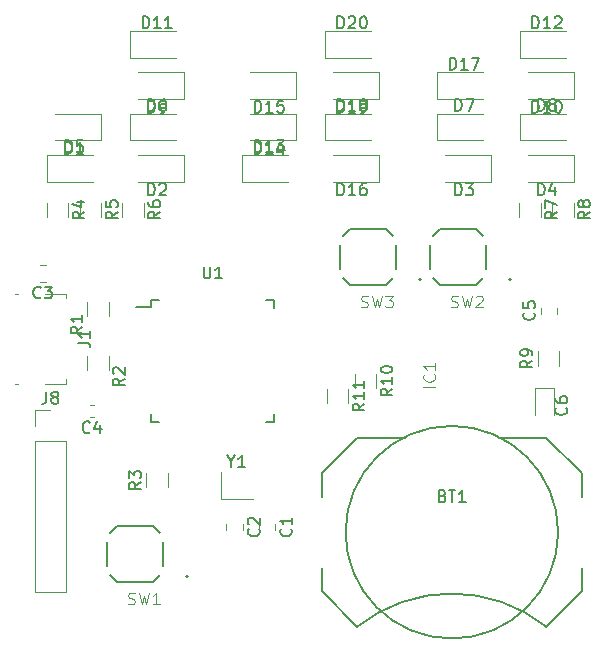
<source format=gbr>
G04 #@! TF.GenerationSoftware,KiCad,Pcbnew,5.1.4+dfsg1-1*
G04 #@! TF.CreationDate,2020-03-29T20:15:13+02:00*
G04 #@! TF.ProjectId,TPSE Glass,54505345-2047-46c6-9173-732e6b696361,rev?*
G04 #@! TF.SameCoordinates,Original*
G04 #@! TF.FileFunction,Legend,Top*
G04 #@! TF.FilePolarity,Positive*
%FSLAX46Y46*%
G04 Gerber Fmt 4.6, Leading zero omitted, Abs format (unit mm)*
G04 Created by KiCad (PCBNEW 5.1.4+dfsg1-1) date 2020-03-29 20:15:13*
%MOMM*%
%LPD*%
G04 APERTURE LIST*
%ADD10C,0.120000*%
%ADD11C,0.150000*%
%ADD12C,0.200000*%
%ADD13C,0.127000*%
%ADD14C,0.015000*%
G04 APERTURE END LIST*
D10*
X44490000Y-26308578D02*
X44490000Y-25791422D01*
X45910000Y-26308578D02*
X45910000Y-25791422D01*
X45585000Y-34887500D02*
X45585000Y-32577500D01*
X45585000Y-32577500D02*
X44015000Y-32577500D01*
X44015000Y-32577500D02*
X44015000Y-34887500D01*
X20615000Y-44088748D02*
X20615000Y-44611252D01*
X22035000Y-44088748D02*
X22035000Y-44611252D01*
X44240000Y-30702064D02*
X44240000Y-29497936D01*
X46060000Y-30702064D02*
X46060000Y-29497936D01*
X11115000Y-41002064D02*
X11115000Y-39797936D01*
X12935000Y-41002064D02*
X12935000Y-39797936D01*
X19310000Y-44088748D02*
X19310000Y-44611252D01*
X17890000Y-44088748D02*
X17890000Y-44611252D01*
D11*
X44975000Y-52800000D02*
G75*
G03X28975000Y-52800000I-8000000J-10000000D01*
G01*
X47975000Y-49800000D02*
X44975000Y-52800000D01*
X25975000Y-49800000D02*
X28975000Y-52800000D01*
X44975000Y-36800000D02*
X47975000Y-39800000D01*
X40975000Y-36800000D02*
X44975000Y-36800000D01*
X28975000Y-36800000D02*
X32975000Y-36800000D01*
X25975000Y-39800000D02*
X28975000Y-36800000D01*
X45975000Y-44800000D02*
G75*
G03X45975000Y-44800000I-9000000J0D01*
G01*
X25975000Y-41800000D02*
X25975000Y-39800000D01*
X47975000Y-41800000D02*
X47975000Y-39800000D01*
X25975000Y-49800000D02*
X25975000Y-47800000D01*
X47975000Y-49800000D02*
X47975000Y-47800000D01*
D10*
X28210000Y-32672936D02*
X28210000Y-33877064D01*
X26390000Y-32672936D02*
X26390000Y-33877064D01*
X28765000Y-31397936D02*
X28765000Y-32602064D01*
X30585000Y-31397936D02*
X30585000Y-32602064D01*
X7285000Y-9365000D02*
X3400000Y-9365000D01*
X7285000Y-11635000D02*
X7285000Y-9365000D01*
X3400000Y-11635000D02*
X7285000Y-11635000D01*
X14285000Y-12865000D02*
X10400000Y-12865000D01*
X14285000Y-15135000D02*
X14285000Y-12865000D01*
X10400000Y-15135000D02*
X14285000Y-15135000D01*
X40285000Y-12865000D02*
X36400000Y-12865000D01*
X40285000Y-15135000D02*
X40285000Y-12865000D01*
X36400000Y-15135000D02*
X40285000Y-15135000D01*
X43400000Y-15135000D02*
X47285000Y-15135000D01*
X47285000Y-15135000D02*
X47285000Y-12865000D01*
X47285000Y-12865000D02*
X43400000Y-12865000D01*
X6600000Y-12865000D02*
X2715000Y-12865000D01*
X2715000Y-12865000D02*
X2715000Y-15135000D01*
X2715000Y-15135000D02*
X6600000Y-15135000D01*
X9715000Y-11635000D02*
X13600000Y-11635000D01*
X9715000Y-9365000D02*
X9715000Y-11635000D01*
X13600000Y-9365000D02*
X9715000Y-9365000D01*
X35715000Y-11635000D02*
X39600000Y-11635000D01*
X35715000Y-9365000D02*
X35715000Y-11635000D01*
X39600000Y-9365000D02*
X35715000Y-9365000D01*
X42715000Y-11635000D02*
X46600000Y-11635000D01*
X42715000Y-9365000D02*
X42715000Y-11635000D01*
X46600000Y-9365000D02*
X42715000Y-9365000D01*
X10400000Y-8135000D02*
X14285000Y-8135000D01*
X14285000Y-8135000D02*
X14285000Y-5865000D01*
X14285000Y-5865000D02*
X10400000Y-5865000D01*
X43400000Y-8135000D02*
X47285000Y-8135000D01*
X47285000Y-8135000D02*
X47285000Y-5865000D01*
X47285000Y-5865000D02*
X43400000Y-5865000D01*
X9715000Y-4635000D02*
X13600000Y-4635000D01*
X9715000Y-2365000D02*
X9715000Y-4635000D01*
X13600000Y-2365000D02*
X9715000Y-2365000D01*
X42715000Y-4635000D02*
X46600000Y-4635000D01*
X42715000Y-2365000D02*
X42715000Y-4635000D01*
X46600000Y-2365000D02*
X42715000Y-2365000D01*
X19215000Y-15135000D02*
X23100000Y-15135000D01*
X19215000Y-12865000D02*
X19215000Y-15135000D01*
X23100000Y-12865000D02*
X19215000Y-12865000D01*
X19900000Y-11635000D02*
X23785000Y-11635000D01*
X23785000Y-11635000D02*
X23785000Y-9365000D01*
X23785000Y-9365000D02*
X19900000Y-9365000D01*
X19900000Y-8135000D02*
X23785000Y-8135000D01*
X23785000Y-8135000D02*
X23785000Y-5865000D01*
X23785000Y-5865000D02*
X19900000Y-5865000D01*
X26900000Y-15135000D02*
X30785000Y-15135000D01*
X30785000Y-15135000D02*
X30785000Y-12865000D01*
X30785000Y-12865000D02*
X26900000Y-12865000D01*
X35715000Y-8135000D02*
X39600000Y-8135000D01*
X35715000Y-5865000D02*
X35715000Y-8135000D01*
X39600000Y-5865000D02*
X35715000Y-5865000D01*
X26215000Y-11635000D02*
X30100000Y-11635000D01*
X26215000Y-9365000D02*
X26215000Y-11635000D01*
X30100000Y-9365000D02*
X26215000Y-9365000D01*
X26900000Y-8135000D02*
X30785000Y-8135000D01*
X30785000Y-8135000D02*
X30785000Y-5865000D01*
X30785000Y-5865000D02*
X26900000Y-5865000D01*
X26215000Y-4635000D02*
X30100000Y-4635000D01*
X26215000Y-2365000D02*
X26215000Y-4635000D01*
X30100000Y-2365000D02*
X26215000Y-2365000D01*
X2690000Y-16897936D02*
X2690000Y-18102064D01*
X4510000Y-16897936D02*
X4510000Y-18102064D01*
X5490000Y-16897936D02*
X5490000Y-18102064D01*
X7310000Y-16897936D02*
X7310000Y-18102064D01*
X9090000Y-16897936D02*
X9090000Y-18102064D01*
X10910000Y-16897936D02*
X10910000Y-18102064D01*
X44510000Y-16897936D02*
X44510000Y-18102064D01*
X42690000Y-16897936D02*
X42690000Y-18102064D01*
X45490000Y-16897936D02*
X45490000Y-18102064D01*
X47310000Y-16897936D02*
X47310000Y-18102064D01*
X2596078Y-23610000D02*
X2078922Y-23610000D01*
X2596078Y-22190000D02*
X2078922Y-22190000D01*
X4310000Y-32250000D02*
X4310000Y-31870000D01*
X260000Y-32250000D02*
X0Y-32250000D01*
X4310000Y-32250000D02*
X2540000Y-32250000D01*
X4310000Y-24630000D02*
X4310000Y-25010000D01*
X2540000Y-24630000D02*
X4310000Y-24630000D01*
X0Y-24630000D02*
X260000Y-24630000D01*
X7910000Y-25297936D02*
X7910000Y-26502064D01*
X6090000Y-25297936D02*
X6090000Y-26502064D01*
X6090000Y-29897936D02*
X6090000Y-31102064D01*
X7910000Y-29897936D02*
X7910000Y-31102064D01*
D11*
X11537000Y-25141000D02*
X11537000Y-25716000D01*
X21887000Y-25141000D02*
X21887000Y-25816000D01*
X21887000Y-35491000D02*
X21887000Y-34816000D01*
X11537000Y-35491000D02*
X11537000Y-34816000D01*
X11537000Y-25141000D02*
X12212000Y-25141000D01*
X11537000Y-35491000D02*
X12212000Y-35491000D01*
X21887000Y-35491000D02*
X21212000Y-35491000D01*
X21887000Y-25141000D02*
X21212000Y-25141000D01*
X11537000Y-25716000D02*
X10262000Y-25716000D01*
D10*
X17400000Y-39675000D02*
X17400000Y-41975000D01*
X17400000Y-41975000D02*
X20100000Y-41975000D01*
X6662267Y-35054000D02*
X6319733Y-35054000D01*
X6662267Y-34034000D02*
X6319733Y-34034000D01*
X1645000Y-49830000D02*
X4305000Y-49830000D01*
X1645000Y-37070000D02*
X1645000Y-49830000D01*
X4305000Y-37070000D02*
X4305000Y-49830000D01*
X1645000Y-37070000D02*
X4305000Y-37070000D01*
X1645000Y-35800000D02*
X1645000Y-34470000D01*
X1645000Y-34470000D02*
X2975000Y-34470000D01*
D12*
X42000000Y-23400000D02*
G75*
G03X42000000Y-23400000I-100000J0D01*
G01*
D13*
X35100000Y-22500000D02*
X35100000Y-20500000D01*
X39900000Y-22500000D02*
X39900000Y-20500000D01*
X36000000Y-19100000D02*
X35400000Y-19700000D01*
X39000000Y-19100000D02*
X36000000Y-19100000D01*
X39600000Y-19700000D02*
X39000000Y-19100000D01*
X36000000Y-23900000D02*
X35400000Y-23300000D01*
X39000000Y-23900000D02*
X39600000Y-23300000D01*
X36000000Y-23900000D02*
X39000000Y-23900000D01*
X28375000Y-23900000D02*
X31375000Y-23900000D01*
X31375000Y-23900000D02*
X31975000Y-23300000D01*
X28375000Y-23900000D02*
X27775000Y-23300000D01*
X31975000Y-19700000D02*
X31375000Y-19100000D01*
X31375000Y-19100000D02*
X28375000Y-19100000D01*
X28375000Y-19100000D02*
X27775000Y-19700000D01*
X32275000Y-22500000D02*
X32275000Y-20500000D01*
X27475000Y-22500000D02*
X27475000Y-20500000D01*
D12*
X34375000Y-23400000D02*
G75*
G03X34375000Y-23400000I-100000J0D01*
G01*
D13*
X8650000Y-49050000D02*
X11650000Y-49050000D01*
X11650000Y-49050000D02*
X12250000Y-48450000D01*
X8650000Y-49050000D02*
X8050000Y-48450000D01*
X12250000Y-44850000D02*
X11650000Y-44250000D01*
X11650000Y-44250000D02*
X8650000Y-44250000D01*
X8650000Y-44250000D02*
X8050000Y-44850000D01*
X12550000Y-47650000D02*
X12550000Y-45650000D01*
X7750000Y-47650000D02*
X7750000Y-45650000D01*
D12*
X14650000Y-48550000D02*
G75*
G03X14650000Y-48550000I-100000J0D01*
G01*
D11*
X43907142Y-26216666D02*
X43954761Y-26264285D01*
X44002380Y-26407142D01*
X44002380Y-26502380D01*
X43954761Y-26645238D01*
X43859523Y-26740476D01*
X43764285Y-26788095D01*
X43573809Y-26835714D01*
X43430952Y-26835714D01*
X43240476Y-26788095D01*
X43145238Y-26740476D01*
X43050000Y-26645238D01*
X43002380Y-26502380D01*
X43002380Y-26407142D01*
X43050000Y-26264285D01*
X43097619Y-26216666D01*
X43002380Y-25311904D02*
X43002380Y-25788095D01*
X43478571Y-25835714D01*
X43430952Y-25788095D01*
X43383333Y-25692857D01*
X43383333Y-25454761D01*
X43430952Y-25359523D01*
X43478571Y-25311904D01*
X43573809Y-25264285D01*
X43811904Y-25264285D01*
X43907142Y-25311904D01*
X43954761Y-25359523D01*
X44002380Y-25454761D01*
X44002380Y-25692857D01*
X43954761Y-25788095D01*
X43907142Y-25835714D01*
X46637142Y-34254166D02*
X46684761Y-34301785D01*
X46732380Y-34444642D01*
X46732380Y-34539880D01*
X46684761Y-34682738D01*
X46589523Y-34777976D01*
X46494285Y-34825595D01*
X46303809Y-34873214D01*
X46160952Y-34873214D01*
X45970476Y-34825595D01*
X45875238Y-34777976D01*
X45780000Y-34682738D01*
X45732380Y-34539880D01*
X45732380Y-34444642D01*
X45780000Y-34301785D01*
X45827619Y-34254166D01*
X45732380Y-33397023D02*
X45732380Y-33587500D01*
X45780000Y-33682738D01*
X45827619Y-33730357D01*
X45970476Y-33825595D01*
X46160952Y-33873214D01*
X46541904Y-33873214D01*
X46637142Y-33825595D01*
X46684761Y-33777976D01*
X46732380Y-33682738D01*
X46732380Y-33492261D01*
X46684761Y-33397023D01*
X46637142Y-33349404D01*
X46541904Y-33301785D01*
X46303809Y-33301785D01*
X46208571Y-33349404D01*
X46160952Y-33397023D01*
X46113333Y-33492261D01*
X46113333Y-33682738D01*
X46160952Y-33777976D01*
X46208571Y-33825595D01*
X46303809Y-33873214D01*
X23332142Y-44516666D02*
X23379761Y-44564285D01*
X23427380Y-44707142D01*
X23427380Y-44802380D01*
X23379761Y-44945238D01*
X23284523Y-45040476D01*
X23189285Y-45088095D01*
X22998809Y-45135714D01*
X22855952Y-45135714D01*
X22665476Y-45088095D01*
X22570238Y-45040476D01*
X22475000Y-44945238D01*
X22427380Y-44802380D01*
X22427380Y-44707142D01*
X22475000Y-44564285D01*
X22522619Y-44516666D01*
X23427380Y-43564285D02*
X23427380Y-44135714D01*
X23427380Y-43850000D02*
X22427380Y-43850000D01*
X22570238Y-43945238D01*
X22665476Y-44040476D01*
X22713095Y-44135714D01*
X43782380Y-30266666D02*
X43306190Y-30600000D01*
X43782380Y-30838095D02*
X42782380Y-30838095D01*
X42782380Y-30457142D01*
X42830000Y-30361904D01*
X42877619Y-30314285D01*
X42972857Y-30266666D01*
X43115714Y-30266666D01*
X43210952Y-30314285D01*
X43258571Y-30361904D01*
X43306190Y-30457142D01*
X43306190Y-30838095D01*
X43782380Y-29790476D02*
X43782380Y-29600000D01*
X43734761Y-29504761D01*
X43687142Y-29457142D01*
X43544285Y-29361904D01*
X43353809Y-29314285D01*
X42972857Y-29314285D01*
X42877619Y-29361904D01*
X42830000Y-29409523D01*
X42782380Y-29504761D01*
X42782380Y-29695238D01*
X42830000Y-29790476D01*
X42877619Y-29838095D01*
X42972857Y-29885714D01*
X43210952Y-29885714D01*
X43306190Y-29838095D01*
X43353809Y-29790476D01*
X43401428Y-29695238D01*
X43401428Y-29504761D01*
X43353809Y-29409523D01*
X43306190Y-29361904D01*
X43210952Y-29314285D01*
X10657380Y-40566666D02*
X10181190Y-40900000D01*
X10657380Y-41138095D02*
X9657380Y-41138095D01*
X9657380Y-40757142D01*
X9705000Y-40661904D01*
X9752619Y-40614285D01*
X9847857Y-40566666D01*
X9990714Y-40566666D01*
X10085952Y-40614285D01*
X10133571Y-40661904D01*
X10181190Y-40757142D01*
X10181190Y-41138095D01*
X9657380Y-40233333D02*
X9657380Y-39614285D01*
X10038333Y-39947619D01*
X10038333Y-39804761D01*
X10085952Y-39709523D01*
X10133571Y-39661904D01*
X10228809Y-39614285D01*
X10466904Y-39614285D01*
X10562142Y-39661904D01*
X10609761Y-39709523D01*
X10657380Y-39804761D01*
X10657380Y-40090476D01*
X10609761Y-40185714D01*
X10562142Y-40233333D01*
X20607142Y-44516666D02*
X20654761Y-44564285D01*
X20702380Y-44707142D01*
X20702380Y-44802380D01*
X20654761Y-44945238D01*
X20559523Y-45040476D01*
X20464285Y-45088095D01*
X20273809Y-45135714D01*
X20130952Y-45135714D01*
X19940476Y-45088095D01*
X19845238Y-45040476D01*
X19750000Y-44945238D01*
X19702380Y-44802380D01*
X19702380Y-44707142D01*
X19750000Y-44564285D01*
X19797619Y-44516666D01*
X19797619Y-44135714D02*
X19750000Y-44088095D01*
X19702380Y-43992857D01*
X19702380Y-43754761D01*
X19750000Y-43659523D01*
X19797619Y-43611904D01*
X19892857Y-43564285D01*
X19988095Y-43564285D01*
X20130952Y-43611904D01*
X20702380Y-44183333D01*
X20702380Y-43564285D01*
X36189285Y-41728571D02*
X36332142Y-41776190D01*
X36379761Y-41823809D01*
X36427380Y-41919047D01*
X36427380Y-42061904D01*
X36379761Y-42157142D01*
X36332142Y-42204761D01*
X36236904Y-42252380D01*
X35855952Y-42252380D01*
X35855952Y-41252380D01*
X36189285Y-41252380D01*
X36284523Y-41300000D01*
X36332142Y-41347619D01*
X36379761Y-41442857D01*
X36379761Y-41538095D01*
X36332142Y-41633333D01*
X36284523Y-41680952D01*
X36189285Y-41728571D01*
X35855952Y-41728571D01*
X36713095Y-41252380D02*
X37284523Y-41252380D01*
X36998809Y-42252380D02*
X36998809Y-41252380D01*
X38141666Y-42252380D02*
X37570238Y-42252380D01*
X37855952Y-42252380D02*
X37855952Y-41252380D01*
X37760714Y-41395238D01*
X37665476Y-41490476D01*
X37570238Y-41538095D01*
D14*
X35572380Y-32471190D02*
X34572380Y-32471190D01*
X35477142Y-31423571D02*
X35524761Y-31471190D01*
X35572380Y-31614047D01*
X35572380Y-31709285D01*
X35524761Y-31852142D01*
X35429523Y-31947380D01*
X35334285Y-31995000D01*
X35143809Y-32042619D01*
X35000952Y-32042619D01*
X34810476Y-31995000D01*
X34715238Y-31947380D01*
X34620000Y-31852142D01*
X34572380Y-31709285D01*
X34572380Y-31614047D01*
X34620000Y-31471190D01*
X34667619Y-31423571D01*
X35572380Y-30471190D02*
X35572380Y-31042619D01*
X35572380Y-30756904D02*
X34572380Y-30756904D01*
X34715238Y-30852142D01*
X34810476Y-30947380D01*
X34858095Y-31042619D01*
D11*
X29572380Y-33917857D02*
X29096190Y-34251190D01*
X29572380Y-34489285D02*
X28572380Y-34489285D01*
X28572380Y-34108333D01*
X28620000Y-34013095D01*
X28667619Y-33965476D01*
X28762857Y-33917857D01*
X28905714Y-33917857D01*
X29000952Y-33965476D01*
X29048571Y-34013095D01*
X29096190Y-34108333D01*
X29096190Y-34489285D01*
X29572380Y-32965476D02*
X29572380Y-33536904D01*
X29572380Y-33251190D02*
X28572380Y-33251190D01*
X28715238Y-33346428D01*
X28810476Y-33441666D01*
X28858095Y-33536904D01*
X29572380Y-32013095D02*
X29572380Y-32584523D01*
X29572380Y-32298809D02*
X28572380Y-32298809D01*
X28715238Y-32394047D01*
X28810476Y-32489285D01*
X28858095Y-32584523D01*
X31947380Y-32642857D02*
X31471190Y-32976190D01*
X31947380Y-33214285D02*
X30947380Y-33214285D01*
X30947380Y-32833333D01*
X30995000Y-32738095D01*
X31042619Y-32690476D01*
X31137857Y-32642857D01*
X31280714Y-32642857D01*
X31375952Y-32690476D01*
X31423571Y-32738095D01*
X31471190Y-32833333D01*
X31471190Y-33214285D01*
X31947380Y-31690476D02*
X31947380Y-32261904D01*
X31947380Y-31976190D02*
X30947380Y-31976190D01*
X31090238Y-32071428D01*
X31185476Y-32166666D01*
X31233095Y-32261904D01*
X30947380Y-31071428D02*
X30947380Y-30976190D01*
X30995000Y-30880952D01*
X31042619Y-30833333D01*
X31137857Y-30785714D01*
X31328333Y-30738095D01*
X31566428Y-30738095D01*
X31756904Y-30785714D01*
X31852142Y-30833333D01*
X31899761Y-30880952D01*
X31947380Y-30976190D01*
X31947380Y-31071428D01*
X31899761Y-31166666D01*
X31852142Y-31214285D01*
X31756904Y-31261904D01*
X31566428Y-31309523D01*
X31328333Y-31309523D01*
X31137857Y-31261904D01*
X31042619Y-31214285D01*
X30995000Y-31166666D01*
X30947380Y-31071428D01*
X4261904Y-12772380D02*
X4261904Y-11772380D01*
X4500000Y-11772380D01*
X4642857Y-11820000D01*
X4738095Y-11915238D01*
X4785714Y-12010476D01*
X4833333Y-12200952D01*
X4833333Y-12343809D01*
X4785714Y-12534285D01*
X4738095Y-12629523D01*
X4642857Y-12724761D01*
X4500000Y-12772380D01*
X4261904Y-12772380D01*
X5785714Y-12772380D02*
X5214285Y-12772380D01*
X5500000Y-12772380D02*
X5500000Y-11772380D01*
X5404761Y-11915238D01*
X5309523Y-12010476D01*
X5214285Y-12058095D01*
X11261904Y-16272380D02*
X11261904Y-15272380D01*
X11500000Y-15272380D01*
X11642857Y-15320000D01*
X11738095Y-15415238D01*
X11785714Y-15510476D01*
X11833333Y-15700952D01*
X11833333Y-15843809D01*
X11785714Y-16034285D01*
X11738095Y-16129523D01*
X11642857Y-16224761D01*
X11500000Y-16272380D01*
X11261904Y-16272380D01*
X12214285Y-15367619D02*
X12261904Y-15320000D01*
X12357142Y-15272380D01*
X12595238Y-15272380D01*
X12690476Y-15320000D01*
X12738095Y-15367619D01*
X12785714Y-15462857D01*
X12785714Y-15558095D01*
X12738095Y-15700952D01*
X12166666Y-16272380D01*
X12785714Y-16272380D01*
X37261904Y-16272380D02*
X37261904Y-15272380D01*
X37500000Y-15272380D01*
X37642857Y-15320000D01*
X37738095Y-15415238D01*
X37785714Y-15510476D01*
X37833333Y-15700952D01*
X37833333Y-15843809D01*
X37785714Y-16034285D01*
X37738095Y-16129523D01*
X37642857Y-16224761D01*
X37500000Y-16272380D01*
X37261904Y-16272380D01*
X38166666Y-15272380D02*
X38785714Y-15272380D01*
X38452380Y-15653333D01*
X38595238Y-15653333D01*
X38690476Y-15700952D01*
X38738095Y-15748571D01*
X38785714Y-15843809D01*
X38785714Y-16081904D01*
X38738095Y-16177142D01*
X38690476Y-16224761D01*
X38595238Y-16272380D01*
X38309523Y-16272380D01*
X38214285Y-16224761D01*
X38166666Y-16177142D01*
X44261904Y-16272380D02*
X44261904Y-15272380D01*
X44500000Y-15272380D01*
X44642857Y-15320000D01*
X44738095Y-15415238D01*
X44785714Y-15510476D01*
X44833333Y-15700952D01*
X44833333Y-15843809D01*
X44785714Y-16034285D01*
X44738095Y-16129523D01*
X44642857Y-16224761D01*
X44500000Y-16272380D01*
X44261904Y-16272380D01*
X45690476Y-15605714D02*
X45690476Y-16272380D01*
X45452380Y-15224761D02*
X45214285Y-15939047D01*
X45833333Y-15939047D01*
X4261904Y-12632380D02*
X4261904Y-11632380D01*
X4500000Y-11632380D01*
X4642857Y-11680000D01*
X4738095Y-11775238D01*
X4785714Y-11870476D01*
X4833333Y-12060952D01*
X4833333Y-12203809D01*
X4785714Y-12394285D01*
X4738095Y-12489523D01*
X4642857Y-12584761D01*
X4500000Y-12632380D01*
X4261904Y-12632380D01*
X5738095Y-11632380D02*
X5261904Y-11632380D01*
X5214285Y-12108571D01*
X5261904Y-12060952D01*
X5357142Y-12013333D01*
X5595238Y-12013333D01*
X5690476Y-12060952D01*
X5738095Y-12108571D01*
X5785714Y-12203809D01*
X5785714Y-12441904D01*
X5738095Y-12537142D01*
X5690476Y-12584761D01*
X5595238Y-12632380D01*
X5357142Y-12632380D01*
X5261904Y-12584761D01*
X5214285Y-12537142D01*
X11261904Y-9132380D02*
X11261904Y-8132380D01*
X11500000Y-8132380D01*
X11642857Y-8180000D01*
X11738095Y-8275238D01*
X11785714Y-8370476D01*
X11833333Y-8560952D01*
X11833333Y-8703809D01*
X11785714Y-8894285D01*
X11738095Y-8989523D01*
X11642857Y-9084761D01*
X11500000Y-9132380D01*
X11261904Y-9132380D01*
X12690476Y-8132380D02*
X12500000Y-8132380D01*
X12404761Y-8180000D01*
X12357142Y-8227619D01*
X12261904Y-8370476D01*
X12214285Y-8560952D01*
X12214285Y-8941904D01*
X12261904Y-9037142D01*
X12309523Y-9084761D01*
X12404761Y-9132380D01*
X12595238Y-9132380D01*
X12690476Y-9084761D01*
X12738095Y-9037142D01*
X12785714Y-8941904D01*
X12785714Y-8703809D01*
X12738095Y-8608571D01*
X12690476Y-8560952D01*
X12595238Y-8513333D01*
X12404761Y-8513333D01*
X12309523Y-8560952D01*
X12261904Y-8608571D01*
X12214285Y-8703809D01*
X37261904Y-9132380D02*
X37261904Y-8132380D01*
X37500000Y-8132380D01*
X37642857Y-8180000D01*
X37738095Y-8275238D01*
X37785714Y-8370476D01*
X37833333Y-8560952D01*
X37833333Y-8703809D01*
X37785714Y-8894285D01*
X37738095Y-8989523D01*
X37642857Y-9084761D01*
X37500000Y-9132380D01*
X37261904Y-9132380D01*
X38166666Y-8132380D02*
X38833333Y-8132380D01*
X38404761Y-9132380D01*
X44261904Y-9132380D02*
X44261904Y-8132380D01*
X44500000Y-8132380D01*
X44642857Y-8180000D01*
X44738095Y-8275238D01*
X44785714Y-8370476D01*
X44833333Y-8560952D01*
X44833333Y-8703809D01*
X44785714Y-8894285D01*
X44738095Y-8989523D01*
X44642857Y-9084761D01*
X44500000Y-9132380D01*
X44261904Y-9132380D01*
X45404761Y-8560952D02*
X45309523Y-8513333D01*
X45261904Y-8465714D01*
X45214285Y-8370476D01*
X45214285Y-8322857D01*
X45261904Y-8227619D01*
X45309523Y-8180000D01*
X45404761Y-8132380D01*
X45595238Y-8132380D01*
X45690476Y-8180000D01*
X45738095Y-8227619D01*
X45785714Y-8322857D01*
X45785714Y-8370476D01*
X45738095Y-8465714D01*
X45690476Y-8513333D01*
X45595238Y-8560952D01*
X45404761Y-8560952D01*
X45309523Y-8608571D01*
X45261904Y-8656190D01*
X45214285Y-8751428D01*
X45214285Y-8941904D01*
X45261904Y-9037142D01*
X45309523Y-9084761D01*
X45404761Y-9132380D01*
X45595238Y-9132380D01*
X45690476Y-9084761D01*
X45738095Y-9037142D01*
X45785714Y-8941904D01*
X45785714Y-8751428D01*
X45738095Y-8656190D01*
X45690476Y-8608571D01*
X45595238Y-8560952D01*
X11261904Y-9272380D02*
X11261904Y-8272380D01*
X11500000Y-8272380D01*
X11642857Y-8320000D01*
X11738095Y-8415238D01*
X11785714Y-8510476D01*
X11833333Y-8700952D01*
X11833333Y-8843809D01*
X11785714Y-9034285D01*
X11738095Y-9129523D01*
X11642857Y-9224761D01*
X11500000Y-9272380D01*
X11261904Y-9272380D01*
X12309523Y-9272380D02*
X12500000Y-9272380D01*
X12595238Y-9224761D01*
X12642857Y-9177142D01*
X12738095Y-9034285D01*
X12785714Y-8843809D01*
X12785714Y-8462857D01*
X12738095Y-8367619D01*
X12690476Y-8320000D01*
X12595238Y-8272380D01*
X12404761Y-8272380D01*
X12309523Y-8320000D01*
X12261904Y-8367619D01*
X12214285Y-8462857D01*
X12214285Y-8700952D01*
X12261904Y-8796190D01*
X12309523Y-8843809D01*
X12404761Y-8891428D01*
X12595238Y-8891428D01*
X12690476Y-8843809D01*
X12738095Y-8796190D01*
X12785714Y-8700952D01*
X43785714Y-9272380D02*
X43785714Y-8272380D01*
X44023809Y-8272380D01*
X44166666Y-8320000D01*
X44261904Y-8415238D01*
X44309523Y-8510476D01*
X44357142Y-8700952D01*
X44357142Y-8843809D01*
X44309523Y-9034285D01*
X44261904Y-9129523D01*
X44166666Y-9224761D01*
X44023809Y-9272380D01*
X43785714Y-9272380D01*
X45309523Y-9272380D02*
X44738095Y-9272380D01*
X45023809Y-9272380D02*
X45023809Y-8272380D01*
X44928571Y-8415238D01*
X44833333Y-8510476D01*
X44738095Y-8558095D01*
X45928571Y-8272380D02*
X46023809Y-8272380D01*
X46119047Y-8320000D01*
X46166666Y-8367619D01*
X46214285Y-8462857D01*
X46261904Y-8653333D01*
X46261904Y-8891428D01*
X46214285Y-9081904D01*
X46166666Y-9177142D01*
X46119047Y-9224761D01*
X46023809Y-9272380D01*
X45928571Y-9272380D01*
X45833333Y-9224761D01*
X45785714Y-9177142D01*
X45738095Y-9081904D01*
X45690476Y-8891428D01*
X45690476Y-8653333D01*
X45738095Y-8462857D01*
X45785714Y-8367619D01*
X45833333Y-8320000D01*
X45928571Y-8272380D01*
X10785714Y-2132380D02*
X10785714Y-1132380D01*
X11023809Y-1132380D01*
X11166666Y-1180000D01*
X11261904Y-1275238D01*
X11309523Y-1370476D01*
X11357142Y-1560952D01*
X11357142Y-1703809D01*
X11309523Y-1894285D01*
X11261904Y-1989523D01*
X11166666Y-2084761D01*
X11023809Y-2132380D01*
X10785714Y-2132380D01*
X12309523Y-2132380D02*
X11738095Y-2132380D01*
X12023809Y-2132380D02*
X12023809Y-1132380D01*
X11928571Y-1275238D01*
X11833333Y-1370476D01*
X11738095Y-1418095D01*
X13261904Y-2132380D02*
X12690476Y-2132380D01*
X12976190Y-2132380D02*
X12976190Y-1132380D01*
X12880952Y-1275238D01*
X12785714Y-1370476D01*
X12690476Y-1418095D01*
X43785714Y-2132380D02*
X43785714Y-1132380D01*
X44023809Y-1132380D01*
X44166666Y-1180000D01*
X44261904Y-1275238D01*
X44309523Y-1370476D01*
X44357142Y-1560952D01*
X44357142Y-1703809D01*
X44309523Y-1894285D01*
X44261904Y-1989523D01*
X44166666Y-2084761D01*
X44023809Y-2132380D01*
X43785714Y-2132380D01*
X45309523Y-2132380D02*
X44738095Y-2132380D01*
X45023809Y-2132380D02*
X45023809Y-1132380D01*
X44928571Y-1275238D01*
X44833333Y-1370476D01*
X44738095Y-1418095D01*
X45690476Y-1227619D02*
X45738095Y-1180000D01*
X45833333Y-1132380D01*
X46071428Y-1132380D01*
X46166666Y-1180000D01*
X46214285Y-1227619D01*
X46261904Y-1322857D01*
X46261904Y-1418095D01*
X46214285Y-1560952D01*
X45642857Y-2132380D01*
X46261904Y-2132380D01*
X20285714Y-12632380D02*
X20285714Y-11632380D01*
X20523809Y-11632380D01*
X20666666Y-11680000D01*
X20761904Y-11775238D01*
X20809523Y-11870476D01*
X20857142Y-12060952D01*
X20857142Y-12203809D01*
X20809523Y-12394285D01*
X20761904Y-12489523D01*
X20666666Y-12584761D01*
X20523809Y-12632380D01*
X20285714Y-12632380D01*
X21809523Y-12632380D02*
X21238095Y-12632380D01*
X21523809Y-12632380D02*
X21523809Y-11632380D01*
X21428571Y-11775238D01*
X21333333Y-11870476D01*
X21238095Y-11918095D01*
X22142857Y-11632380D02*
X22761904Y-11632380D01*
X22428571Y-12013333D01*
X22571428Y-12013333D01*
X22666666Y-12060952D01*
X22714285Y-12108571D01*
X22761904Y-12203809D01*
X22761904Y-12441904D01*
X22714285Y-12537142D01*
X22666666Y-12584761D01*
X22571428Y-12632380D01*
X22285714Y-12632380D01*
X22190476Y-12584761D01*
X22142857Y-12537142D01*
X20285714Y-12772380D02*
X20285714Y-11772380D01*
X20523809Y-11772380D01*
X20666666Y-11820000D01*
X20761904Y-11915238D01*
X20809523Y-12010476D01*
X20857142Y-12200952D01*
X20857142Y-12343809D01*
X20809523Y-12534285D01*
X20761904Y-12629523D01*
X20666666Y-12724761D01*
X20523809Y-12772380D01*
X20285714Y-12772380D01*
X21809523Y-12772380D02*
X21238095Y-12772380D01*
X21523809Y-12772380D02*
X21523809Y-11772380D01*
X21428571Y-11915238D01*
X21333333Y-12010476D01*
X21238095Y-12058095D01*
X22666666Y-12105714D02*
X22666666Y-12772380D01*
X22428571Y-11724761D02*
X22190476Y-12439047D01*
X22809523Y-12439047D01*
X20285714Y-9272380D02*
X20285714Y-8272380D01*
X20523809Y-8272380D01*
X20666666Y-8320000D01*
X20761904Y-8415238D01*
X20809523Y-8510476D01*
X20857142Y-8700952D01*
X20857142Y-8843809D01*
X20809523Y-9034285D01*
X20761904Y-9129523D01*
X20666666Y-9224761D01*
X20523809Y-9272380D01*
X20285714Y-9272380D01*
X21809523Y-9272380D02*
X21238095Y-9272380D01*
X21523809Y-9272380D02*
X21523809Y-8272380D01*
X21428571Y-8415238D01*
X21333333Y-8510476D01*
X21238095Y-8558095D01*
X22714285Y-8272380D02*
X22238095Y-8272380D01*
X22190476Y-8748571D01*
X22238095Y-8700952D01*
X22333333Y-8653333D01*
X22571428Y-8653333D01*
X22666666Y-8700952D01*
X22714285Y-8748571D01*
X22761904Y-8843809D01*
X22761904Y-9081904D01*
X22714285Y-9177142D01*
X22666666Y-9224761D01*
X22571428Y-9272380D01*
X22333333Y-9272380D01*
X22238095Y-9224761D01*
X22190476Y-9177142D01*
X27285714Y-16272380D02*
X27285714Y-15272380D01*
X27523809Y-15272380D01*
X27666666Y-15320000D01*
X27761904Y-15415238D01*
X27809523Y-15510476D01*
X27857142Y-15700952D01*
X27857142Y-15843809D01*
X27809523Y-16034285D01*
X27761904Y-16129523D01*
X27666666Y-16224761D01*
X27523809Y-16272380D01*
X27285714Y-16272380D01*
X28809523Y-16272380D02*
X28238095Y-16272380D01*
X28523809Y-16272380D02*
X28523809Y-15272380D01*
X28428571Y-15415238D01*
X28333333Y-15510476D01*
X28238095Y-15558095D01*
X29666666Y-15272380D02*
X29476190Y-15272380D01*
X29380952Y-15320000D01*
X29333333Y-15367619D01*
X29238095Y-15510476D01*
X29190476Y-15700952D01*
X29190476Y-16081904D01*
X29238095Y-16177142D01*
X29285714Y-16224761D01*
X29380952Y-16272380D01*
X29571428Y-16272380D01*
X29666666Y-16224761D01*
X29714285Y-16177142D01*
X29761904Y-16081904D01*
X29761904Y-15843809D01*
X29714285Y-15748571D01*
X29666666Y-15700952D01*
X29571428Y-15653333D01*
X29380952Y-15653333D01*
X29285714Y-15700952D01*
X29238095Y-15748571D01*
X29190476Y-15843809D01*
X36785714Y-5632380D02*
X36785714Y-4632380D01*
X37023809Y-4632380D01*
X37166666Y-4680000D01*
X37261904Y-4775238D01*
X37309523Y-4870476D01*
X37357142Y-5060952D01*
X37357142Y-5203809D01*
X37309523Y-5394285D01*
X37261904Y-5489523D01*
X37166666Y-5584761D01*
X37023809Y-5632380D01*
X36785714Y-5632380D01*
X38309523Y-5632380D02*
X37738095Y-5632380D01*
X38023809Y-5632380D02*
X38023809Y-4632380D01*
X37928571Y-4775238D01*
X37833333Y-4870476D01*
X37738095Y-4918095D01*
X38642857Y-4632380D02*
X39309523Y-4632380D01*
X38880952Y-5632380D01*
X27285714Y-9132380D02*
X27285714Y-8132380D01*
X27523809Y-8132380D01*
X27666666Y-8180000D01*
X27761904Y-8275238D01*
X27809523Y-8370476D01*
X27857142Y-8560952D01*
X27857142Y-8703809D01*
X27809523Y-8894285D01*
X27761904Y-8989523D01*
X27666666Y-9084761D01*
X27523809Y-9132380D01*
X27285714Y-9132380D01*
X28809523Y-9132380D02*
X28238095Y-9132380D01*
X28523809Y-9132380D02*
X28523809Y-8132380D01*
X28428571Y-8275238D01*
X28333333Y-8370476D01*
X28238095Y-8418095D01*
X29380952Y-8560952D02*
X29285714Y-8513333D01*
X29238095Y-8465714D01*
X29190476Y-8370476D01*
X29190476Y-8322857D01*
X29238095Y-8227619D01*
X29285714Y-8180000D01*
X29380952Y-8132380D01*
X29571428Y-8132380D01*
X29666666Y-8180000D01*
X29714285Y-8227619D01*
X29761904Y-8322857D01*
X29761904Y-8370476D01*
X29714285Y-8465714D01*
X29666666Y-8513333D01*
X29571428Y-8560952D01*
X29380952Y-8560952D01*
X29285714Y-8608571D01*
X29238095Y-8656190D01*
X29190476Y-8751428D01*
X29190476Y-8941904D01*
X29238095Y-9037142D01*
X29285714Y-9084761D01*
X29380952Y-9132380D01*
X29571428Y-9132380D01*
X29666666Y-9084761D01*
X29714285Y-9037142D01*
X29761904Y-8941904D01*
X29761904Y-8751428D01*
X29714285Y-8656190D01*
X29666666Y-8608571D01*
X29571428Y-8560952D01*
X27285714Y-9272380D02*
X27285714Y-8272380D01*
X27523809Y-8272380D01*
X27666666Y-8320000D01*
X27761904Y-8415238D01*
X27809523Y-8510476D01*
X27857142Y-8700952D01*
X27857142Y-8843809D01*
X27809523Y-9034285D01*
X27761904Y-9129523D01*
X27666666Y-9224761D01*
X27523809Y-9272380D01*
X27285714Y-9272380D01*
X28809523Y-9272380D02*
X28238095Y-9272380D01*
X28523809Y-9272380D02*
X28523809Y-8272380D01*
X28428571Y-8415238D01*
X28333333Y-8510476D01*
X28238095Y-8558095D01*
X29285714Y-9272380D02*
X29476190Y-9272380D01*
X29571428Y-9224761D01*
X29619047Y-9177142D01*
X29714285Y-9034285D01*
X29761904Y-8843809D01*
X29761904Y-8462857D01*
X29714285Y-8367619D01*
X29666666Y-8320000D01*
X29571428Y-8272380D01*
X29380952Y-8272380D01*
X29285714Y-8320000D01*
X29238095Y-8367619D01*
X29190476Y-8462857D01*
X29190476Y-8700952D01*
X29238095Y-8796190D01*
X29285714Y-8843809D01*
X29380952Y-8891428D01*
X29571428Y-8891428D01*
X29666666Y-8843809D01*
X29714285Y-8796190D01*
X29761904Y-8700952D01*
X27285714Y-2132380D02*
X27285714Y-1132380D01*
X27523809Y-1132380D01*
X27666666Y-1180000D01*
X27761904Y-1275238D01*
X27809523Y-1370476D01*
X27857142Y-1560952D01*
X27857142Y-1703809D01*
X27809523Y-1894285D01*
X27761904Y-1989523D01*
X27666666Y-2084761D01*
X27523809Y-2132380D01*
X27285714Y-2132380D01*
X28238095Y-1227619D02*
X28285714Y-1180000D01*
X28380952Y-1132380D01*
X28619047Y-1132380D01*
X28714285Y-1180000D01*
X28761904Y-1227619D01*
X28809523Y-1322857D01*
X28809523Y-1418095D01*
X28761904Y-1560952D01*
X28190476Y-2132380D01*
X28809523Y-2132380D01*
X29428571Y-1132380D02*
X29523809Y-1132380D01*
X29619047Y-1180000D01*
X29666666Y-1227619D01*
X29714285Y-1322857D01*
X29761904Y-1513333D01*
X29761904Y-1751428D01*
X29714285Y-1941904D01*
X29666666Y-2037142D01*
X29619047Y-2084761D01*
X29523809Y-2132380D01*
X29428571Y-2132380D01*
X29333333Y-2084761D01*
X29285714Y-2037142D01*
X29238095Y-1941904D01*
X29190476Y-1751428D01*
X29190476Y-1513333D01*
X29238095Y-1322857D01*
X29285714Y-1227619D01*
X29333333Y-1180000D01*
X29428571Y-1132380D01*
X5872380Y-17666666D02*
X5396190Y-18000000D01*
X5872380Y-18238095D02*
X4872380Y-18238095D01*
X4872380Y-17857142D01*
X4920000Y-17761904D01*
X4967619Y-17714285D01*
X5062857Y-17666666D01*
X5205714Y-17666666D01*
X5300952Y-17714285D01*
X5348571Y-17761904D01*
X5396190Y-17857142D01*
X5396190Y-18238095D01*
X5205714Y-16809523D02*
X5872380Y-16809523D01*
X4824761Y-17047619D02*
X5539047Y-17285714D01*
X5539047Y-16666666D01*
X8672380Y-17666666D02*
X8196190Y-18000000D01*
X8672380Y-18238095D02*
X7672380Y-18238095D01*
X7672380Y-17857142D01*
X7720000Y-17761904D01*
X7767619Y-17714285D01*
X7862857Y-17666666D01*
X8005714Y-17666666D01*
X8100952Y-17714285D01*
X8148571Y-17761904D01*
X8196190Y-17857142D01*
X8196190Y-18238095D01*
X7672380Y-16761904D02*
X7672380Y-17238095D01*
X8148571Y-17285714D01*
X8100952Y-17238095D01*
X8053333Y-17142857D01*
X8053333Y-16904761D01*
X8100952Y-16809523D01*
X8148571Y-16761904D01*
X8243809Y-16714285D01*
X8481904Y-16714285D01*
X8577142Y-16761904D01*
X8624761Y-16809523D01*
X8672380Y-16904761D01*
X8672380Y-17142857D01*
X8624761Y-17238095D01*
X8577142Y-17285714D01*
X12272380Y-17666666D02*
X11796190Y-18000000D01*
X12272380Y-18238095D02*
X11272380Y-18238095D01*
X11272380Y-17857142D01*
X11320000Y-17761904D01*
X11367619Y-17714285D01*
X11462857Y-17666666D01*
X11605714Y-17666666D01*
X11700952Y-17714285D01*
X11748571Y-17761904D01*
X11796190Y-17857142D01*
X11796190Y-18238095D01*
X11272380Y-16809523D02*
X11272380Y-17000000D01*
X11320000Y-17095238D01*
X11367619Y-17142857D01*
X11510476Y-17238095D01*
X11700952Y-17285714D01*
X12081904Y-17285714D01*
X12177142Y-17238095D01*
X12224761Y-17190476D01*
X12272380Y-17095238D01*
X12272380Y-16904761D01*
X12224761Y-16809523D01*
X12177142Y-16761904D01*
X12081904Y-16714285D01*
X11843809Y-16714285D01*
X11748571Y-16761904D01*
X11700952Y-16809523D01*
X11653333Y-16904761D01*
X11653333Y-17095238D01*
X11700952Y-17190476D01*
X11748571Y-17238095D01*
X11843809Y-17285714D01*
X45872380Y-17666666D02*
X45396190Y-18000000D01*
X45872380Y-18238095D02*
X44872380Y-18238095D01*
X44872380Y-17857142D01*
X44920000Y-17761904D01*
X44967619Y-17714285D01*
X45062857Y-17666666D01*
X45205714Y-17666666D01*
X45300952Y-17714285D01*
X45348571Y-17761904D01*
X45396190Y-17857142D01*
X45396190Y-18238095D01*
X44872380Y-17333333D02*
X44872380Y-16666666D01*
X45872380Y-17095238D01*
X48672380Y-17666666D02*
X48196190Y-18000000D01*
X48672380Y-18238095D02*
X47672380Y-18238095D01*
X47672380Y-17857142D01*
X47720000Y-17761904D01*
X47767619Y-17714285D01*
X47862857Y-17666666D01*
X48005714Y-17666666D01*
X48100952Y-17714285D01*
X48148571Y-17761904D01*
X48196190Y-17857142D01*
X48196190Y-18238095D01*
X48100952Y-17095238D02*
X48053333Y-17190476D01*
X48005714Y-17238095D01*
X47910476Y-17285714D01*
X47862857Y-17285714D01*
X47767619Y-17238095D01*
X47720000Y-17190476D01*
X47672380Y-17095238D01*
X47672380Y-16904761D01*
X47720000Y-16809523D01*
X47767619Y-16761904D01*
X47862857Y-16714285D01*
X47910476Y-16714285D01*
X48005714Y-16761904D01*
X48053333Y-16809523D01*
X48100952Y-16904761D01*
X48100952Y-17095238D01*
X48148571Y-17190476D01*
X48196190Y-17238095D01*
X48291428Y-17285714D01*
X48481904Y-17285714D01*
X48577142Y-17238095D01*
X48624761Y-17190476D01*
X48672380Y-17095238D01*
X48672380Y-16904761D01*
X48624761Y-16809523D01*
X48577142Y-16761904D01*
X48481904Y-16714285D01*
X48291428Y-16714285D01*
X48196190Y-16761904D01*
X48148571Y-16809523D01*
X48100952Y-16904761D01*
X2170833Y-24907142D02*
X2123214Y-24954761D01*
X1980357Y-25002380D01*
X1885119Y-25002380D01*
X1742261Y-24954761D01*
X1647023Y-24859523D01*
X1599404Y-24764285D01*
X1551785Y-24573809D01*
X1551785Y-24430952D01*
X1599404Y-24240476D01*
X1647023Y-24145238D01*
X1742261Y-24050000D01*
X1885119Y-24002380D01*
X1980357Y-24002380D01*
X2123214Y-24050000D01*
X2170833Y-24097619D01*
X2504166Y-24002380D02*
X3123214Y-24002380D01*
X2789880Y-24383333D01*
X2932738Y-24383333D01*
X3027976Y-24430952D01*
X3075595Y-24478571D01*
X3123214Y-24573809D01*
X3123214Y-24811904D01*
X3075595Y-24907142D01*
X3027976Y-24954761D01*
X2932738Y-25002380D01*
X2647023Y-25002380D01*
X2551785Y-24954761D01*
X2504166Y-24907142D01*
X5352380Y-28773333D02*
X6066666Y-28773333D01*
X6209523Y-28820952D01*
X6304761Y-28916190D01*
X6352380Y-29059047D01*
X6352380Y-29154285D01*
X6352380Y-27773333D02*
X6352380Y-28344761D01*
X6352380Y-28059047D02*
X5352380Y-28059047D01*
X5495238Y-28154285D01*
X5590476Y-28249523D01*
X5638095Y-28344761D01*
X5702380Y-27388666D02*
X5226190Y-27722000D01*
X5702380Y-27960095D02*
X4702380Y-27960095D01*
X4702380Y-27579142D01*
X4750000Y-27483904D01*
X4797619Y-27436285D01*
X4892857Y-27388666D01*
X5035714Y-27388666D01*
X5130952Y-27436285D01*
X5178571Y-27483904D01*
X5226190Y-27579142D01*
X5226190Y-27960095D01*
X5702380Y-26436285D02*
X5702380Y-27007714D01*
X5702380Y-26722000D02*
X4702380Y-26722000D01*
X4845238Y-26817238D01*
X4940476Y-26912476D01*
X4988095Y-27007714D01*
X9272380Y-31788666D02*
X8796190Y-32122000D01*
X9272380Y-32360095D02*
X8272380Y-32360095D01*
X8272380Y-31979142D01*
X8320000Y-31883904D01*
X8367619Y-31836285D01*
X8462857Y-31788666D01*
X8605714Y-31788666D01*
X8700952Y-31836285D01*
X8748571Y-31883904D01*
X8796190Y-31979142D01*
X8796190Y-32360095D01*
X8367619Y-31407714D02*
X8320000Y-31360095D01*
X8272380Y-31264857D01*
X8272380Y-31026761D01*
X8320000Y-30931523D01*
X8367619Y-30883904D01*
X8462857Y-30836285D01*
X8558095Y-30836285D01*
X8700952Y-30883904D01*
X9272380Y-31455333D01*
X9272380Y-30836285D01*
X15950095Y-22318380D02*
X15950095Y-23127904D01*
X15997714Y-23223142D01*
X16045333Y-23270761D01*
X16140571Y-23318380D01*
X16331047Y-23318380D01*
X16426285Y-23270761D01*
X16473904Y-23223142D01*
X16521523Y-23127904D01*
X16521523Y-22318380D01*
X17521523Y-23318380D02*
X16950095Y-23318380D01*
X17235809Y-23318380D02*
X17235809Y-22318380D01*
X17140571Y-22461238D01*
X17045333Y-22556476D01*
X16950095Y-22604095D01*
X18273809Y-38801190D02*
X18273809Y-39277380D01*
X17940476Y-38277380D02*
X18273809Y-38801190D01*
X18607142Y-38277380D01*
X19464285Y-39277380D02*
X18892857Y-39277380D01*
X19178571Y-39277380D02*
X19178571Y-38277380D01*
X19083333Y-38420238D01*
X18988095Y-38515476D01*
X18892857Y-38563095D01*
X6324333Y-36331142D02*
X6276714Y-36378761D01*
X6133857Y-36426380D01*
X6038619Y-36426380D01*
X5895761Y-36378761D01*
X5800523Y-36283523D01*
X5752904Y-36188285D01*
X5705285Y-35997809D01*
X5705285Y-35854952D01*
X5752904Y-35664476D01*
X5800523Y-35569238D01*
X5895761Y-35474000D01*
X6038619Y-35426380D01*
X6133857Y-35426380D01*
X6276714Y-35474000D01*
X6324333Y-35521619D01*
X7181476Y-35759714D02*
X7181476Y-36426380D01*
X6943380Y-35378761D02*
X6705285Y-36093047D01*
X7324333Y-36093047D01*
X2641666Y-32922380D02*
X2641666Y-33636666D01*
X2594047Y-33779523D01*
X2498809Y-33874761D01*
X2355952Y-33922380D01*
X2260714Y-33922380D01*
X3260714Y-33350952D02*
X3165476Y-33303333D01*
X3117857Y-33255714D01*
X3070238Y-33160476D01*
X3070238Y-33112857D01*
X3117857Y-33017619D01*
X3165476Y-32970000D01*
X3260714Y-32922380D01*
X3451190Y-32922380D01*
X3546428Y-32970000D01*
X3594047Y-33017619D01*
X3641666Y-33112857D01*
X3641666Y-33160476D01*
X3594047Y-33255714D01*
X3546428Y-33303333D01*
X3451190Y-33350952D01*
X3260714Y-33350952D01*
X3165476Y-33398571D01*
X3117857Y-33446190D01*
X3070238Y-33541428D01*
X3070238Y-33731904D01*
X3117857Y-33827142D01*
X3165476Y-33874761D01*
X3260714Y-33922380D01*
X3451190Y-33922380D01*
X3546428Y-33874761D01*
X3594047Y-33827142D01*
X3641666Y-33731904D01*
X3641666Y-33541428D01*
X3594047Y-33446190D01*
X3546428Y-33398571D01*
X3451190Y-33350952D01*
D14*
X36928666Y-25714761D02*
X37071523Y-25762380D01*
X37309619Y-25762380D01*
X37404857Y-25714761D01*
X37452476Y-25667142D01*
X37500095Y-25571904D01*
X37500095Y-25476666D01*
X37452476Y-25381428D01*
X37404857Y-25333809D01*
X37309619Y-25286190D01*
X37119142Y-25238571D01*
X37023904Y-25190952D01*
X36976285Y-25143333D01*
X36928666Y-25048095D01*
X36928666Y-24952857D01*
X36976285Y-24857619D01*
X37023904Y-24810000D01*
X37119142Y-24762380D01*
X37357238Y-24762380D01*
X37500095Y-24810000D01*
X37833428Y-24762380D02*
X38071523Y-25762380D01*
X38262000Y-25048095D01*
X38452476Y-25762380D01*
X38690571Y-24762380D01*
X39023904Y-24857619D02*
X39071523Y-24810000D01*
X39166761Y-24762380D01*
X39404857Y-24762380D01*
X39500095Y-24810000D01*
X39547714Y-24857619D01*
X39595333Y-24952857D01*
X39595333Y-25048095D01*
X39547714Y-25190952D01*
X38976285Y-25762380D01*
X39595333Y-25762380D01*
X29303666Y-25714761D02*
X29446523Y-25762380D01*
X29684619Y-25762380D01*
X29779857Y-25714761D01*
X29827476Y-25667142D01*
X29875095Y-25571904D01*
X29875095Y-25476666D01*
X29827476Y-25381428D01*
X29779857Y-25333809D01*
X29684619Y-25286190D01*
X29494142Y-25238571D01*
X29398904Y-25190952D01*
X29351285Y-25143333D01*
X29303666Y-25048095D01*
X29303666Y-24952857D01*
X29351285Y-24857619D01*
X29398904Y-24810000D01*
X29494142Y-24762380D01*
X29732238Y-24762380D01*
X29875095Y-24810000D01*
X30208428Y-24762380D02*
X30446523Y-25762380D01*
X30637000Y-25048095D01*
X30827476Y-25762380D01*
X31065571Y-24762380D01*
X31351285Y-24762380D02*
X31970333Y-24762380D01*
X31637000Y-25143333D01*
X31779857Y-25143333D01*
X31875095Y-25190952D01*
X31922714Y-25238571D01*
X31970333Y-25333809D01*
X31970333Y-25571904D01*
X31922714Y-25667142D01*
X31875095Y-25714761D01*
X31779857Y-25762380D01*
X31494142Y-25762380D01*
X31398904Y-25714761D01*
X31351285Y-25667142D01*
X9578666Y-50864761D02*
X9721523Y-50912380D01*
X9959619Y-50912380D01*
X10054857Y-50864761D01*
X10102476Y-50817142D01*
X10150095Y-50721904D01*
X10150095Y-50626666D01*
X10102476Y-50531428D01*
X10054857Y-50483809D01*
X9959619Y-50436190D01*
X9769142Y-50388571D01*
X9673904Y-50340952D01*
X9626285Y-50293333D01*
X9578666Y-50198095D01*
X9578666Y-50102857D01*
X9626285Y-50007619D01*
X9673904Y-49960000D01*
X9769142Y-49912380D01*
X10007238Y-49912380D01*
X10150095Y-49960000D01*
X10483428Y-49912380D02*
X10721523Y-50912380D01*
X10912000Y-50198095D01*
X11102476Y-50912380D01*
X11340571Y-49912380D01*
X12245333Y-50912380D02*
X11673904Y-50912380D01*
X11959619Y-50912380D02*
X11959619Y-49912380D01*
X11864380Y-50055238D01*
X11769142Y-50150476D01*
X11673904Y-50198095D01*
M02*

</source>
